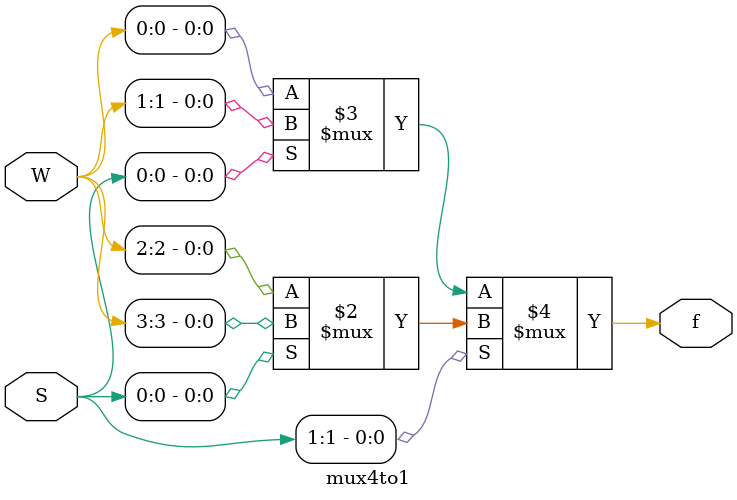
<source format=v>
module insem1(a, b, c, f);
input a, b, c;
output f;
wire [0:3]W;
wire [1:0]S;

assign W = {1'b1, 1'b0, ~c, 1'b1};
assign S = {a, b};

mux4to1 m1(W, S, f);

endmodule

module mux4to1(W, S, f);
input [0:3]W;
input [1:0]S;
output reg f;

always@(W or S)
	f = S[1] ? (S[0] ? W[3] : W[2]) : (S[0] ? W[1] : W[0]);

endmodule

</source>
